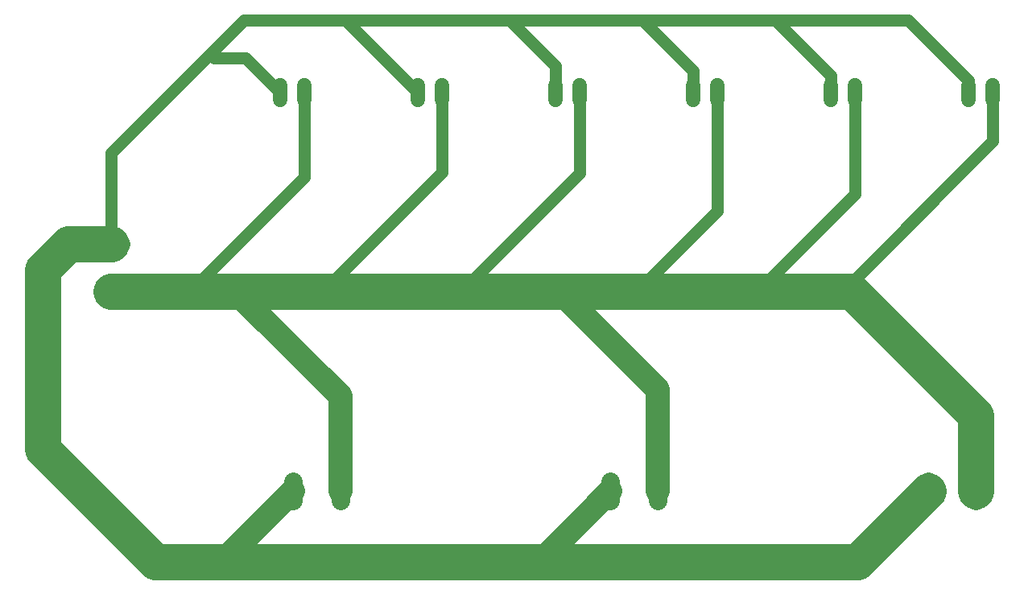
<source format=gbr>
G04 EAGLE Gerber RS-274X export*
G75*
%MOMM*%
%FSLAX34Y34*%
%LPD*%
%INTop Copper*%
%IPPOS*%
%AMOC8*
5,1,8,0,0,1.08239X$1,22.5*%
G01*
%ADD10C,1.981200*%
%ADD11C,1.524000*%
%ADD12C,1.270000*%
%ADD13C,3.810000*%
%ADD14C,2.540000*%


D10*
X367030Y261874D02*
X367030Y281686D01*
X417068Y281686D02*
X417068Y261874D01*
X701040Y261874D02*
X701040Y281686D01*
X751078Y281686D02*
X751078Y261874D01*
X1035050Y261874D02*
X1035050Y281686D01*
X1085088Y281686D02*
X1085088Y261874D01*
X186182Y531876D02*
X166370Y531876D01*
X166370Y481838D02*
X186182Y481838D01*
D11*
X354076Y683260D02*
X354076Y698500D01*
X379476Y698500D02*
X379476Y683260D01*
X498856Y683260D02*
X498856Y698500D01*
X524256Y698500D02*
X524256Y683260D01*
X643636Y683260D02*
X643636Y698500D01*
X669036Y698500D02*
X669036Y683260D01*
X788416Y683260D02*
X788416Y698500D01*
X813816Y698500D02*
X813816Y683260D01*
X933196Y683260D02*
X933196Y698500D01*
X958596Y698500D02*
X958596Y683260D01*
X1077976Y683260D02*
X1077976Y698500D01*
X1103376Y698500D02*
X1103376Y683260D01*
D12*
X176276Y627380D02*
X176276Y531876D01*
X315976Y767080D02*
X422656Y767080D01*
X595376Y767080D01*
X735076Y767080D01*
X874776Y767080D01*
X1014476Y767080D01*
X315976Y767080D02*
X176276Y627380D01*
X1077976Y690880D02*
X1077976Y703580D01*
X1014476Y767080D01*
X933196Y708660D02*
X933196Y690880D01*
X933196Y708660D02*
X874776Y767080D01*
X788416Y713740D02*
X788416Y690880D01*
X788416Y713740D02*
X735076Y767080D01*
X643636Y718820D02*
X643636Y690880D01*
X643636Y718820D02*
X595376Y767080D01*
X498856Y690880D02*
X422656Y767080D01*
X354076Y690880D02*
X317476Y727480D01*
X284676Y727480D01*
D13*
X176276Y531876D02*
X130810Y531876D01*
X103886Y504952D01*
X103886Y315722D01*
X222250Y197358D01*
X273050Y197358D01*
X628650Y197358D01*
X960628Y197358D01*
X1035050Y271780D01*
D14*
X701040Y271780D02*
X628650Y199390D01*
X628650Y197358D01*
X367030Y271780D02*
X292608Y197358D01*
X273050Y197358D01*
D12*
X379476Y601980D02*
X379476Y690880D01*
X379476Y601980D02*
X265176Y487680D01*
X524256Y607060D02*
X524256Y690880D01*
X524256Y607060D02*
X404876Y487680D01*
X669036Y606298D02*
X669036Y690880D01*
X669036Y606298D02*
X544576Y481838D01*
X813816Y566420D02*
X813816Y690880D01*
X813816Y566420D02*
X735076Y487680D01*
X958596Y584200D02*
X958596Y690880D01*
X958596Y584200D02*
X862076Y487680D01*
X1103376Y640080D02*
X1103376Y690880D01*
X949706Y486410D02*
X945134Y481838D01*
X949706Y486410D02*
X1103376Y640080D01*
D14*
X417068Y371348D02*
X417068Y271780D01*
X417068Y371348D02*
X317500Y470916D01*
X751078Y378714D02*
X751078Y271780D01*
X751078Y378714D02*
X658876Y470916D01*
X949706Y486410D02*
X954278Y481838D01*
D13*
X176276Y481838D01*
X954278Y481838D02*
X958850Y477266D01*
X1085088Y351028D02*
X1085088Y271780D01*
X1085088Y351028D02*
X958850Y477266D01*
M02*

</source>
